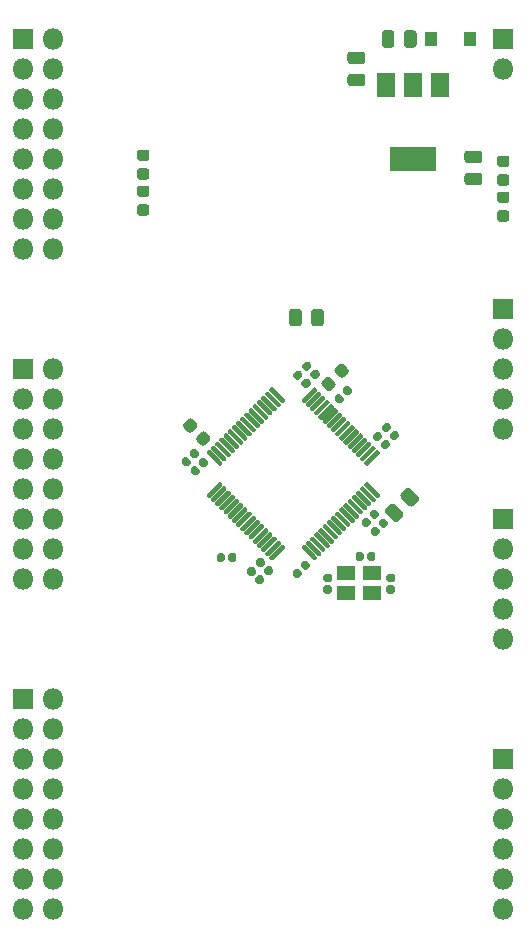
<source format=gbr>
G04 #@! TF.GenerationSoftware,KiCad,Pcbnew,5.1.6-c6e7f7d~86~ubuntu18.04.1*
G04 #@! TF.CreationDate,2020-06-01T06:43:38-04:00*
G04 #@! TF.ProjectId,f405_breakout,66343035-5f62-4726-9561-6b6f75742e6b,rev?*
G04 #@! TF.SameCoordinates,Original*
G04 #@! TF.FileFunction,Soldermask,Top*
G04 #@! TF.FilePolarity,Negative*
%FSLAX46Y46*%
G04 Gerber Fmt 4.6, Leading zero omitted, Abs format (unit mm)*
G04 Created by KiCad (PCBNEW 5.1.6-c6e7f7d~86~ubuntu18.04.1) date 2020-06-01 06:43:38*
%MOMM*%
%LPD*%
G01*
G04 APERTURE LIST*
%ADD10O,1.800000X1.800000*%
%ADD11R,1.800000X1.800000*%
%ADD12R,1.000000X1.300000*%
%ADD13R,1.500000X1.300000*%
%ADD14R,3.900000X2.100000*%
%ADD15R,1.600000X2.100000*%
G04 APERTURE END LIST*
D10*
X109220000Y-129540000D03*
X106680000Y-129540000D03*
X109220000Y-127000000D03*
X106680000Y-127000000D03*
X109220000Y-124460000D03*
X106680000Y-124460000D03*
X109220000Y-121920000D03*
X106680000Y-121920000D03*
X109220000Y-119380000D03*
X106680000Y-119380000D03*
X109220000Y-116840000D03*
X106680000Y-116840000D03*
X109220000Y-114300000D03*
X106680000Y-114300000D03*
X109220000Y-111760000D03*
D11*
X106680000Y-111760000D03*
D10*
X109220000Y-101600000D03*
X106680000Y-101600000D03*
X109220000Y-99060000D03*
X106680000Y-99060000D03*
X109220000Y-96520000D03*
X106680000Y-96520000D03*
X109220000Y-93980000D03*
X106680000Y-93980000D03*
X109220000Y-91440000D03*
X106680000Y-91440000D03*
X109220000Y-88900000D03*
X106680000Y-88900000D03*
X109220000Y-86360000D03*
X106680000Y-86360000D03*
X109220000Y-83820000D03*
D11*
X106680000Y-83820000D03*
D10*
X109220000Y-73660000D03*
X106680000Y-73660000D03*
X109220000Y-71120000D03*
X106680000Y-71120000D03*
X109220000Y-68580000D03*
X106680000Y-68580000D03*
X109220000Y-66040000D03*
X106680000Y-66040000D03*
X109220000Y-63500000D03*
X106680000Y-63500000D03*
X109220000Y-60960000D03*
X106680000Y-60960000D03*
X109220000Y-58420000D03*
X106680000Y-58420000D03*
X109220000Y-55880000D03*
D11*
X106680000Y-55880000D03*
D10*
X147320000Y-129540000D03*
X147320000Y-127000000D03*
X147320000Y-124460000D03*
X147320000Y-121920000D03*
X147320000Y-119380000D03*
D11*
X147320000Y-116840000D03*
D10*
X147320000Y-58420000D03*
D11*
X147320000Y-55880000D03*
D10*
X147320000Y-106680000D03*
X147320000Y-104140000D03*
X147320000Y-101600000D03*
X147320000Y-99060000D03*
D11*
X147320000Y-96520000D03*
D10*
X147320000Y-88900000D03*
X147320000Y-86360000D03*
X147320000Y-83820000D03*
X147320000Y-81280000D03*
D11*
X147320000Y-78740000D03*
G36*
G01*
X130257600Y-78995350D02*
X130257600Y-79957850D01*
G75*
G02*
X129988850Y-80226600I-268750J0D01*
G01*
X129451350Y-80226600D01*
G75*
G02*
X129182600Y-79957850I0J268750D01*
G01*
X129182600Y-78995350D01*
G75*
G02*
X129451350Y-78726600I268750J0D01*
G01*
X129988850Y-78726600D01*
G75*
G02*
X130257600Y-78995350I0J-268750D01*
G01*
G37*
G36*
G01*
X132132600Y-78995350D02*
X132132600Y-79957850D01*
G75*
G02*
X131863850Y-80226600I-268750J0D01*
G01*
X131326350Y-80226600D01*
G75*
G02*
X131057600Y-79957850I0J268750D01*
G01*
X131057600Y-78995350D01*
G75*
G02*
X131326350Y-78726600I268750J0D01*
G01*
X131863850Y-78726600D01*
G75*
G02*
X132132600Y-78995350I0J-268750D01*
G01*
G37*
G36*
G01*
X137264298Y-96517395D02*
X137543606Y-96796702D01*
G75*
G02*
X137543606Y-97040654I-121976J-121976D01*
G01*
X137299654Y-97284606D01*
G75*
G02*
X137055702Y-97284606I-121976J121976D01*
G01*
X136776394Y-97005298D01*
G75*
G02*
X136776394Y-96761346I121976J121976D01*
G01*
X137020346Y-96517394D01*
G75*
G02*
X137264298Y-96517394I121976J-121976D01*
G01*
G37*
G36*
G01*
X136578404Y-97203289D02*
X136857712Y-97482596D01*
G75*
G02*
X136857712Y-97726548I-121976J-121976D01*
G01*
X136613760Y-97970500D01*
G75*
G02*
X136369808Y-97970500I-121976J121976D01*
G01*
X136090500Y-97691192D01*
G75*
G02*
X136090500Y-97447240I121976J121976D01*
G01*
X136334452Y-97203288D01*
G75*
G02*
X136578404Y-97203288I121976J-121976D01*
G01*
G37*
G36*
G01*
X130660298Y-100073395D02*
X130939606Y-100352702D01*
G75*
G02*
X130939606Y-100596654I-121976J-121976D01*
G01*
X130695654Y-100840606D01*
G75*
G02*
X130451702Y-100840606I-121976J121976D01*
G01*
X130172394Y-100561298D01*
G75*
G02*
X130172394Y-100317346I121976J121976D01*
G01*
X130416346Y-100073394D01*
G75*
G02*
X130660298Y-100073394I121976J-121976D01*
G01*
G37*
G36*
G01*
X129974404Y-100759289D02*
X130253712Y-101038596D01*
G75*
G02*
X130253712Y-101282548I-121976J-121976D01*
G01*
X130009760Y-101526500D01*
G75*
G02*
X129765808Y-101526500I-121976J121976D01*
G01*
X129486500Y-101247192D01*
G75*
G02*
X129486500Y-101003240I121976J121976D01*
G01*
X129730452Y-100759288D01*
G75*
G02*
X129974404Y-100759288I121976J-121976D01*
G01*
G37*
G36*
G01*
X134392750Y-56945000D02*
X135355250Y-56945000D01*
G75*
G02*
X135624000Y-57213750I0J-268750D01*
G01*
X135624000Y-57751250D01*
G75*
G02*
X135355250Y-58020000I-268750J0D01*
G01*
X134392750Y-58020000D01*
G75*
G02*
X134124000Y-57751250I0J268750D01*
G01*
X134124000Y-57213750D01*
G75*
G02*
X134392750Y-56945000I268750J0D01*
G01*
G37*
G36*
G01*
X134392750Y-58820000D02*
X135355250Y-58820000D01*
G75*
G02*
X135624000Y-59088750I0J-268750D01*
G01*
X135624000Y-59626250D01*
G75*
G02*
X135355250Y-59895000I-268750J0D01*
G01*
X134392750Y-59895000D01*
G75*
G02*
X134124000Y-59626250I0J268750D01*
G01*
X134124000Y-59088750D01*
G75*
G02*
X134392750Y-58820000I268750J0D01*
G01*
G37*
G36*
G01*
X135816404Y-96441289D02*
X136095712Y-96720596D01*
G75*
G02*
X136095712Y-96964548I-121976J-121976D01*
G01*
X135851760Y-97208500D01*
G75*
G02*
X135607808Y-97208500I-121976J121976D01*
G01*
X135328500Y-96929192D01*
G75*
G02*
X135328500Y-96685240I121976J121976D01*
G01*
X135572452Y-96441288D01*
G75*
G02*
X135816404Y-96441288I121976J-121976D01*
G01*
G37*
G36*
G01*
X136502298Y-95755395D02*
X136781606Y-96034702D01*
G75*
G02*
X136781606Y-96278654I-121976J-121976D01*
G01*
X136537654Y-96522606D01*
G75*
G02*
X136293702Y-96522606I-121976J121976D01*
G01*
X136014394Y-96243298D01*
G75*
G02*
X136014394Y-95999346I121976J121976D01*
G01*
X136258346Y-95755394D01*
G75*
G02*
X136502298Y-95755394I121976J-121976D01*
G01*
G37*
G36*
G01*
X136954289Y-90116596D02*
X137233596Y-89837288D01*
G75*
G02*
X137477548Y-89837288I121976J-121976D01*
G01*
X137721500Y-90081240D01*
G75*
G02*
X137721500Y-90325192I-121976J-121976D01*
G01*
X137442192Y-90604500D01*
G75*
G02*
X137198240Y-90604500I-121976J121976D01*
G01*
X136954288Y-90360548D01*
G75*
G02*
X136954288Y-90116596I121976J121976D01*
G01*
G37*
G36*
G01*
X136268395Y-89430702D02*
X136547702Y-89151394D01*
G75*
G02*
X136791654Y-89151394I121976J-121976D01*
G01*
X137035606Y-89395346D01*
G75*
G02*
X137035606Y-89639298I-121976J-121976D01*
G01*
X136756298Y-89918606D01*
G75*
G02*
X136512346Y-89918606I-121976J121976D01*
G01*
X136268394Y-89674654D01*
G75*
G02*
X136268394Y-89430702I121976J121976D01*
G01*
G37*
G36*
G01*
X137030395Y-88668702D02*
X137309702Y-88389394D01*
G75*
G02*
X137553654Y-88389394I121976J-121976D01*
G01*
X137797606Y-88633346D01*
G75*
G02*
X137797606Y-88877298I-121976J-121976D01*
G01*
X137518298Y-89156606D01*
G75*
G02*
X137274346Y-89156606I-121976J121976D01*
G01*
X137030394Y-88912654D01*
G75*
G02*
X137030394Y-88668702I121976J121976D01*
G01*
G37*
G36*
G01*
X137716289Y-89354596D02*
X137995596Y-89075288D01*
G75*
G02*
X138239548Y-89075288I121976J-121976D01*
G01*
X138483500Y-89319240D01*
G75*
G02*
X138483500Y-89563192I-121976J-121976D01*
G01*
X138204192Y-89842500D01*
G75*
G02*
X137960240Y-89842500I-121976J121976D01*
G01*
X137716288Y-89598548D01*
G75*
G02*
X137716288Y-89354596I121976J121976D01*
G01*
G37*
G36*
G01*
X144298750Y-67202000D02*
X145261250Y-67202000D01*
G75*
G02*
X145530000Y-67470750I0J-268750D01*
G01*
X145530000Y-68008250D01*
G75*
G02*
X145261250Y-68277000I-268750J0D01*
G01*
X144298750Y-68277000D01*
G75*
G02*
X144030000Y-68008250I0J268750D01*
G01*
X144030000Y-67470750D01*
G75*
G02*
X144298750Y-67202000I268750J0D01*
G01*
G37*
G36*
G01*
X144298750Y-65327000D02*
X145261250Y-65327000D01*
G75*
G02*
X145530000Y-65595750I0J-268750D01*
G01*
X145530000Y-66133250D01*
G75*
G02*
X145261250Y-66402000I-268750J0D01*
G01*
X144298750Y-66402000D01*
G75*
G02*
X144030000Y-66133250I0J268750D01*
G01*
X144030000Y-65595750D01*
G75*
G02*
X144298750Y-65327000I268750J0D01*
G01*
G37*
G36*
G01*
X131003105Y-85130798D02*
X130723798Y-85410106D01*
G75*
G02*
X130479846Y-85410106I-121976J121976D01*
G01*
X130235894Y-85166154D01*
G75*
G02*
X130235894Y-84922202I121976J121976D01*
G01*
X130515202Y-84642894D01*
G75*
G02*
X130759154Y-84642894I121976J-121976D01*
G01*
X131003106Y-84886846D01*
G75*
G02*
X131003106Y-85130798I-121976J-121976D01*
G01*
G37*
G36*
G01*
X130317211Y-84444904D02*
X130037904Y-84724212D01*
G75*
G02*
X129793952Y-84724212I-121976J121976D01*
G01*
X129550000Y-84480260D01*
G75*
G02*
X129550000Y-84236308I121976J121976D01*
G01*
X129829308Y-83957000D01*
G75*
G02*
X130073260Y-83957000I121976J-121976D01*
G01*
X130317212Y-84200952D01*
G75*
G02*
X130317212Y-84444904I-121976J-121976D01*
G01*
G37*
G36*
G01*
X131079211Y-83682904D02*
X130799904Y-83962212D01*
G75*
G02*
X130555952Y-83962212I-121976J121976D01*
G01*
X130312000Y-83718260D01*
G75*
G02*
X130312000Y-83474308I121976J121976D01*
G01*
X130591308Y-83195000D01*
G75*
G02*
X130835260Y-83195000I121976J-121976D01*
G01*
X131079212Y-83438952D01*
G75*
G02*
X131079212Y-83682904I-121976J-121976D01*
G01*
G37*
G36*
G01*
X131765105Y-84368798D02*
X131485798Y-84648106D01*
G75*
G02*
X131241846Y-84648106I-121976J121976D01*
G01*
X130997894Y-84404154D01*
G75*
G02*
X130997894Y-84160202I121976J121976D01*
G01*
X131277202Y-83880894D01*
G75*
G02*
X131521154Y-83880894I121976J-121976D01*
G01*
X131765106Y-84124846D01*
G75*
G02*
X131765106Y-84368798I-121976J-121976D01*
G01*
G37*
G36*
G01*
X122024298Y-91373895D02*
X122303606Y-91653202D01*
G75*
G02*
X122303606Y-91897154I-121976J-121976D01*
G01*
X122059654Y-92141106D01*
G75*
G02*
X121815702Y-92141106I-121976J121976D01*
G01*
X121536394Y-91861798D01*
G75*
G02*
X121536394Y-91617846I121976J121976D01*
G01*
X121780346Y-91373894D01*
G75*
G02*
X122024298Y-91373894I121976J-121976D01*
G01*
G37*
G36*
G01*
X121338404Y-92059789D02*
X121617712Y-92339096D01*
G75*
G02*
X121617712Y-92583048I-121976J-121976D01*
G01*
X121373760Y-92827000D01*
G75*
G02*
X121129808Y-92827000I-121976J121976D01*
G01*
X120850500Y-92547692D01*
G75*
G02*
X120850500Y-92303740I121976J121976D01*
G01*
X121094452Y-92059788D01*
G75*
G02*
X121338404Y-92059788I121976J-121976D01*
G01*
G37*
G36*
G01*
X120576404Y-91297789D02*
X120855712Y-91577096D01*
G75*
G02*
X120855712Y-91821048I-121976J-121976D01*
G01*
X120611760Y-92065000D01*
G75*
G02*
X120367808Y-92065000I-121976J121976D01*
G01*
X120088500Y-91785692D01*
G75*
G02*
X120088500Y-91541740I121976J121976D01*
G01*
X120332452Y-91297788D01*
G75*
G02*
X120576404Y-91297788I121976J-121976D01*
G01*
G37*
G36*
G01*
X121262298Y-90611895D02*
X121541606Y-90891202D01*
G75*
G02*
X121541606Y-91135154I-121976J-121976D01*
G01*
X121297654Y-91379106D01*
G75*
G02*
X121053702Y-91379106I-121976J121976D01*
G01*
X120774394Y-91099798D01*
G75*
G02*
X120774394Y-90855846I121976J121976D01*
G01*
X121018346Y-90611894D01*
G75*
G02*
X121262298Y-90611894I121976J-121976D01*
G01*
G37*
G36*
G01*
X127815499Y-100993192D02*
X127536192Y-101272500D01*
G75*
G02*
X127292240Y-101272500I-121976J121976D01*
G01*
X127048288Y-101028548D01*
G75*
G02*
X127048288Y-100784596I121976J121976D01*
G01*
X127327596Y-100505288D01*
G75*
G02*
X127571548Y-100505288I121976J-121976D01*
G01*
X127815500Y-100749240D01*
G75*
G02*
X127815500Y-100993192I-121976J-121976D01*
G01*
G37*
G36*
G01*
X127129605Y-100307298D02*
X126850298Y-100586606D01*
G75*
G02*
X126606346Y-100586606I-121976J121976D01*
G01*
X126362394Y-100342654D01*
G75*
G02*
X126362394Y-100098702I121976J121976D01*
G01*
X126641702Y-99819394D01*
G75*
G02*
X126885654Y-99819394I121976J-121976D01*
G01*
X127129606Y-100063346D01*
G75*
G02*
X127129606Y-100307298I-121976J-121976D01*
G01*
G37*
G36*
G01*
X126367605Y-101069298D02*
X126088298Y-101348606D01*
G75*
G02*
X125844346Y-101348606I-121976J121976D01*
G01*
X125600394Y-101104654D01*
G75*
G02*
X125600394Y-100860702I121976J121976D01*
G01*
X125879702Y-100581394D01*
G75*
G02*
X126123654Y-100581394I121976J-121976D01*
G01*
X126367606Y-100825346D01*
G75*
G02*
X126367606Y-101069298I-121976J-121976D01*
G01*
G37*
G36*
G01*
X127053499Y-101755192D02*
X126774192Y-102034500D01*
G75*
G02*
X126530240Y-102034500I-121976J121976D01*
G01*
X126286288Y-101790548D01*
G75*
G02*
X126286288Y-101546596I121976J121976D01*
G01*
X126565596Y-101267288D01*
G75*
G02*
X126809548Y-101267288I121976J-121976D01*
G01*
X127053500Y-101511240D01*
G75*
G02*
X127053500Y-101755192I-121976J-121976D01*
G01*
G37*
G36*
G01*
X133492353Y-84519894D02*
X133094606Y-84122146D01*
G75*
G02*
X133094606Y-83777432I172357J172357D01*
G01*
X133439320Y-83432718D01*
G75*
G02*
X133784034Y-83432718I172357J-172357D01*
G01*
X134181782Y-83830466D01*
G75*
G02*
X134181782Y-84175180I-172357J-172357D01*
G01*
X133837068Y-84519894D01*
G75*
G02*
X133492354Y-84519894I-172357J172357D01*
G01*
G37*
G36*
G01*
X132378659Y-85633588D02*
X131980912Y-85235840D01*
G75*
G02*
X131980912Y-84891126I172357J172357D01*
G01*
X132325626Y-84546412D01*
G75*
G02*
X132670340Y-84546412I172357J-172357D01*
G01*
X133068088Y-84944160D01*
G75*
G02*
X133068088Y-85288874I-172357J-172357D01*
G01*
X132723374Y-85633588D01*
G75*
G02*
X132378660Y-85633588I-172357J172357D01*
G01*
G37*
G36*
G01*
X122463588Y-89871341D02*
X122065840Y-90269088D01*
G75*
G02*
X121721126Y-90269088I-172357J172357D01*
G01*
X121376412Y-89924374D01*
G75*
G02*
X121376412Y-89579660I172357J172357D01*
G01*
X121774160Y-89181912D01*
G75*
G02*
X122118874Y-89181912I172357J-172357D01*
G01*
X122463588Y-89526626D01*
G75*
G02*
X122463588Y-89871340I-172357J-172357D01*
G01*
G37*
G36*
G01*
X121349894Y-88757647D02*
X120952146Y-89155394D01*
G75*
G02*
X120607432Y-89155394I-172357J172357D01*
G01*
X120262718Y-88810680D01*
G75*
G02*
X120262718Y-88465966I172357J172357D01*
G01*
X120660466Y-88068218D01*
G75*
G02*
X121005180Y-88068218I172357J-172357D01*
G01*
X121349894Y-88412932D01*
G75*
G02*
X121349894Y-88757646I-172357J-172357D01*
G01*
G37*
G36*
G01*
X132658500Y-101864000D02*
X132263500Y-101864000D01*
G75*
G02*
X132091000Y-101691500I0J172500D01*
G01*
X132091000Y-101346500D01*
G75*
G02*
X132263500Y-101174000I172500J0D01*
G01*
X132658500Y-101174000D01*
G75*
G02*
X132831000Y-101346500I0J-172500D01*
G01*
X132831000Y-101691500D01*
G75*
G02*
X132658500Y-101864000I-172500J0D01*
G01*
G37*
G36*
G01*
X132658500Y-102834000D02*
X132263500Y-102834000D01*
G75*
G02*
X132091000Y-102661500I0J172500D01*
G01*
X132091000Y-102316500D01*
G75*
G02*
X132263500Y-102144000I172500J0D01*
G01*
X132658500Y-102144000D01*
G75*
G02*
X132831000Y-102316500I0J-172500D01*
G01*
X132831000Y-102661500D01*
G75*
G02*
X132658500Y-102834000I-172500J0D01*
G01*
G37*
G36*
G01*
X137597500Y-101174000D02*
X137992500Y-101174000D01*
G75*
G02*
X138165000Y-101346500I0J-172500D01*
G01*
X138165000Y-101691500D01*
G75*
G02*
X137992500Y-101864000I-172500J0D01*
G01*
X137597500Y-101864000D01*
G75*
G02*
X137425000Y-101691500I0J172500D01*
G01*
X137425000Y-101346500D01*
G75*
G02*
X137597500Y-101174000I172500J0D01*
G01*
G37*
G36*
G01*
X137597500Y-102144000D02*
X137992500Y-102144000D01*
G75*
G02*
X138165000Y-102316500I0J-172500D01*
G01*
X138165000Y-102661500D01*
G75*
G02*
X137992500Y-102834000I-172500J0D01*
G01*
X137597500Y-102834000D01*
G75*
G02*
X137425000Y-102661500I0J172500D01*
G01*
X137425000Y-102316500D01*
G75*
G02*
X137597500Y-102144000I172500J0D01*
G01*
G37*
D12*
X141226000Y-55880000D03*
X144526000Y-55880000D03*
G36*
G01*
X147601250Y-69778500D02*
X147038750Y-69778500D01*
G75*
G02*
X146795000Y-69534750I0J243750D01*
G01*
X146795000Y-69047250D01*
G75*
G02*
X147038750Y-68803500I243750J0D01*
G01*
X147601250Y-68803500D01*
G75*
G02*
X147845000Y-69047250I0J-243750D01*
G01*
X147845000Y-69534750D01*
G75*
G02*
X147601250Y-69778500I-243750J0D01*
G01*
G37*
G36*
G01*
X147601250Y-71353500D02*
X147038750Y-71353500D01*
G75*
G02*
X146795000Y-71109750I0J243750D01*
G01*
X146795000Y-70622250D01*
G75*
G02*
X147038750Y-70378500I243750J0D01*
G01*
X147601250Y-70378500D01*
G75*
G02*
X147845000Y-70622250I0J-243750D01*
G01*
X147845000Y-71109750D01*
G75*
G02*
X147601250Y-71353500I-243750J0D01*
G01*
G37*
G36*
G01*
X116558750Y-66822500D02*
X117121250Y-66822500D01*
G75*
G02*
X117365000Y-67066250I0J-243750D01*
G01*
X117365000Y-67553750D01*
G75*
G02*
X117121250Y-67797500I-243750J0D01*
G01*
X116558750Y-67797500D01*
G75*
G02*
X116315000Y-67553750I0J243750D01*
G01*
X116315000Y-67066250D01*
G75*
G02*
X116558750Y-66822500I243750J0D01*
G01*
G37*
G36*
G01*
X116558750Y-65247500D02*
X117121250Y-65247500D01*
G75*
G02*
X117365000Y-65491250I0J-243750D01*
G01*
X117365000Y-65978750D01*
G75*
G02*
X117121250Y-66222500I-243750J0D01*
G01*
X116558750Y-66222500D01*
G75*
G02*
X116315000Y-65978750I0J243750D01*
G01*
X116315000Y-65491250D01*
G75*
G02*
X116558750Y-65247500I243750J0D01*
G01*
G37*
G36*
G01*
X139360451Y-95406539D02*
X138679861Y-94725949D01*
G75*
G02*
X138679861Y-94345879I190035J190035D01*
G01*
X139059931Y-93965809D01*
G75*
G02*
X139440001Y-93965809I190035J-190035D01*
G01*
X140120591Y-94646399D01*
G75*
G02*
X140120591Y-95026469I-190035J-190035D01*
G01*
X139740521Y-95406539D01*
G75*
G02*
X139360451Y-95406539I-190035J190035D01*
G01*
G37*
G36*
G01*
X138034625Y-96732365D02*
X137354035Y-96051775D01*
G75*
G02*
X137354035Y-95671705I190035J190035D01*
G01*
X137734105Y-95291635D01*
G75*
G02*
X138114175Y-95291635I190035J-190035D01*
G01*
X138794765Y-95972225D01*
G75*
G02*
X138794765Y-96352295I-190035J-190035D01*
G01*
X138414695Y-96732365D01*
G75*
G02*
X138034625Y-96732365I-190035J190035D01*
G01*
G37*
G36*
G01*
X137033500Y-56361250D02*
X137033500Y-55398750D01*
G75*
G02*
X137302250Y-55130000I268750J0D01*
G01*
X137839750Y-55130000D01*
G75*
G02*
X138108500Y-55398750I0J-268750D01*
G01*
X138108500Y-56361250D01*
G75*
G02*
X137839750Y-56630000I-268750J0D01*
G01*
X137302250Y-56630000D01*
G75*
G02*
X137033500Y-56361250I0J268750D01*
G01*
G37*
G36*
G01*
X138908500Y-56361250D02*
X138908500Y-55398750D01*
G75*
G02*
X139177250Y-55130000I268750J0D01*
G01*
X139714750Y-55130000D01*
G75*
G02*
X139983500Y-55398750I0J-268750D01*
G01*
X139983500Y-56361250D01*
G75*
G02*
X139714750Y-56630000I-268750J0D01*
G01*
X139177250Y-56630000D01*
G75*
G02*
X138908500Y-56361250I0J268750D01*
G01*
G37*
D13*
X134028000Y-102831000D03*
X136228000Y-102831000D03*
X136228000Y-101131000D03*
X134028000Y-101131000D03*
G36*
G01*
X147601250Y-66730500D02*
X147038750Y-66730500D01*
G75*
G02*
X146795000Y-66486750I0J243750D01*
G01*
X146795000Y-65999250D01*
G75*
G02*
X147038750Y-65755500I243750J0D01*
G01*
X147601250Y-65755500D01*
G75*
G02*
X147845000Y-65999250I0J-243750D01*
G01*
X147845000Y-66486750D01*
G75*
G02*
X147601250Y-66730500I-243750J0D01*
G01*
G37*
G36*
G01*
X147601250Y-68305500D02*
X147038750Y-68305500D01*
G75*
G02*
X146795000Y-68061750I0J243750D01*
G01*
X146795000Y-67574250D01*
G75*
G02*
X147038750Y-67330500I243750J0D01*
G01*
X147601250Y-67330500D01*
G75*
G02*
X147845000Y-67574250I0J-243750D01*
G01*
X147845000Y-68061750D01*
G75*
G02*
X147601250Y-68305500I-243750J0D01*
G01*
G37*
G36*
G01*
X123068800Y-99994100D02*
X123068800Y-99599100D01*
G75*
G02*
X123241300Y-99426600I172500J0D01*
G01*
X123586300Y-99426600D01*
G75*
G02*
X123758800Y-99599100I0J-172500D01*
G01*
X123758800Y-99994100D01*
G75*
G02*
X123586300Y-100166600I-172500J0D01*
G01*
X123241300Y-100166600D01*
G75*
G02*
X123068800Y-99994100I0J172500D01*
G01*
G37*
G36*
G01*
X124038800Y-99994100D02*
X124038800Y-99599100D01*
G75*
G02*
X124211300Y-99426600I172500J0D01*
G01*
X124556300Y-99426600D01*
G75*
G02*
X124728800Y-99599100I0J-172500D01*
G01*
X124728800Y-99994100D01*
G75*
G02*
X124556300Y-100166600I-172500J0D01*
G01*
X124211300Y-100166600D01*
G75*
G02*
X124038800Y-99994100I0J172500D01*
G01*
G37*
G36*
G01*
X116558750Y-69870500D02*
X117121250Y-69870500D01*
G75*
G02*
X117365000Y-70114250I0J-243750D01*
G01*
X117365000Y-70601750D01*
G75*
G02*
X117121250Y-70845500I-243750J0D01*
G01*
X116558750Y-70845500D01*
G75*
G02*
X116315000Y-70601750I0J243750D01*
G01*
X116315000Y-70114250D01*
G75*
G02*
X116558750Y-69870500I243750J0D01*
G01*
G37*
G36*
G01*
X116558750Y-68295500D02*
X117121250Y-68295500D01*
G75*
G02*
X117365000Y-68539250I0J-243750D01*
G01*
X117365000Y-69026750D01*
G75*
G02*
X117121250Y-69270500I-243750J0D01*
G01*
X116558750Y-69270500D01*
G75*
G02*
X116315000Y-69026750I0J243750D01*
G01*
X116315000Y-68539250D01*
G75*
G02*
X116558750Y-68295500I243750J0D01*
G01*
G37*
G36*
G01*
X133530498Y-85976395D02*
X133809806Y-86255702D01*
G75*
G02*
X133809806Y-86499654I-121976J-121976D01*
G01*
X133565854Y-86743606D01*
G75*
G02*
X133321902Y-86743606I-121976J121976D01*
G01*
X133042594Y-86464298D01*
G75*
G02*
X133042594Y-86220346I121976J121976D01*
G01*
X133286546Y-85976394D01*
G75*
G02*
X133530498Y-85976394I121976J-121976D01*
G01*
G37*
G36*
G01*
X134216392Y-85290501D02*
X134495700Y-85569808D01*
G75*
G02*
X134495700Y-85813760I-121976J-121976D01*
G01*
X134251748Y-86057712D01*
G75*
G02*
X134007796Y-86057712I-121976J121976D01*
G01*
X133728488Y-85778404D01*
G75*
G02*
X133728488Y-85534452I121976J121976D01*
G01*
X133972440Y-85290500D01*
G75*
G02*
X134216392Y-85290500I121976J-121976D01*
G01*
G37*
G36*
G01*
X134829000Y-99892500D02*
X134829000Y-99497500D01*
G75*
G02*
X135001500Y-99325000I172500J0D01*
G01*
X135346500Y-99325000D01*
G75*
G02*
X135519000Y-99497500I0J-172500D01*
G01*
X135519000Y-99892500D01*
G75*
G02*
X135346500Y-100065000I-172500J0D01*
G01*
X135001500Y-100065000D01*
G75*
G02*
X134829000Y-99892500I0J172500D01*
G01*
G37*
G36*
G01*
X135799000Y-99892500D02*
X135799000Y-99497500D01*
G75*
G02*
X135971500Y-99325000I172500J0D01*
G01*
X136316500Y-99325000D01*
G75*
G02*
X136489000Y-99497500I0J-172500D01*
G01*
X136489000Y-99892500D01*
G75*
G02*
X136316500Y-100065000I-172500J0D01*
G01*
X135971500Y-100065000D01*
G75*
G02*
X135799000Y-99892500I0J172500D01*
G01*
G37*
D14*
X139700000Y-66040000D03*
D15*
X139700000Y-59740000D03*
X137400000Y-59740000D03*
X142000000Y-59740000D03*
G36*
G01*
X131555255Y-99887133D02*
X131413834Y-100028555D01*
G75*
G02*
X131272412Y-100028555I-70711J70711D01*
G01*
X130247107Y-99003250D01*
G75*
G02*
X130247107Y-98861828I70711J70711D01*
G01*
X130388528Y-98720407D01*
G75*
G02*
X130529950Y-98720407I70711J-70711D01*
G01*
X131555255Y-99745712D01*
G75*
G02*
X131555255Y-99887134I-70711J-70711D01*
G01*
G37*
G36*
G01*
X131908808Y-99533580D02*
X131767387Y-99675002D01*
G75*
G02*
X131625965Y-99675002I-70711J70711D01*
G01*
X130600660Y-98649697D01*
G75*
G02*
X130600660Y-98508275I70711J70711D01*
G01*
X130742081Y-98366854D01*
G75*
G02*
X130883503Y-98366854I70711J-70711D01*
G01*
X131908808Y-99392159D01*
G75*
G02*
X131908808Y-99533581I-70711J-70711D01*
G01*
G37*
G36*
G01*
X132262361Y-99180027D02*
X132120940Y-99321449D01*
G75*
G02*
X131979518Y-99321449I-70711J70711D01*
G01*
X130954213Y-98296144D01*
G75*
G02*
X130954213Y-98154722I70711J70711D01*
G01*
X131095634Y-98013301D01*
G75*
G02*
X131237056Y-98013301I70711J-70711D01*
G01*
X132262361Y-99038606D01*
G75*
G02*
X132262361Y-99180028I-70711J-70711D01*
G01*
G37*
G36*
G01*
X132615915Y-98826473D02*
X132474494Y-98967895D01*
G75*
G02*
X132333072Y-98967895I-70711J70711D01*
G01*
X131307767Y-97942590D01*
G75*
G02*
X131307767Y-97801168I70711J70711D01*
G01*
X131449188Y-97659747D01*
G75*
G02*
X131590610Y-97659747I70711J-70711D01*
G01*
X132615915Y-98685052D01*
G75*
G02*
X132615915Y-98826474I-70711J-70711D01*
G01*
G37*
G36*
G01*
X132969468Y-98472920D02*
X132828047Y-98614342D01*
G75*
G02*
X132686625Y-98614342I-70711J70711D01*
G01*
X131661320Y-97589037D01*
G75*
G02*
X131661320Y-97447615I70711J70711D01*
G01*
X131802741Y-97306194D01*
G75*
G02*
X131944163Y-97306194I70711J-70711D01*
G01*
X132969468Y-98331499D01*
G75*
G02*
X132969468Y-98472921I-70711J-70711D01*
G01*
G37*
G36*
G01*
X133323022Y-98119366D02*
X133181601Y-98260788D01*
G75*
G02*
X133040179Y-98260788I-70711J70711D01*
G01*
X132014874Y-97235483D01*
G75*
G02*
X132014874Y-97094061I70711J70711D01*
G01*
X132156295Y-96952640D01*
G75*
G02*
X132297717Y-96952640I70711J-70711D01*
G01*
X133323022Y-97977945D01*
G75*
G02*
X133323022Y-98119367I-70711J-70711D01*
G01*
G37*
G36*
G01*
X133676575Y-97765813D02*
X133535154Y-97907235D01*
G75*
G02*
X133393732Y-97907235I-70711J70711D01*
G01*
X132368427Y-96881930D01*
G75*
G02*
X132368427Y-96740508I70711J70711D01*
G01*
X132509848Y-96599087D01*
G75*
G02*
X132651270Y-96599087I70711J-70711D01*
G01*
X133676575Y-97624392D01*
G75*
G02*
X133676575Y-97765814I-70711J-70711D01*
G01*
G37*
G36*
G01*
X134030128Y-97412260D02*
X133888707Y-97553682D01*
G75*
G02*
X133747285Y-97553682I-70711J70711D01*
G01*
X132721980Y-96528377D01*
G75*
G02*
X132721980Y-96386955I70711J70711D01*
G01*
X132863401Y-96245534D01*
G75*
G02*
X133004823Y-96245534I70711J-70711D01*
G01*
X134030128Y-97270839D01*
G75*
G02*
X134030128Y-97412261I-70711J-70711D01*
G01*
G37*
G36*
G01*
X134383682Y-97058706D02*
X134242261Y-97200128D01*
G75*
G02*
X134100839Y-97200128I-70711J70711D01*
G01*
X133075534Y-96174823D01*
G75*
G02*
X133075534Y-96033401I70711J70711D01*
G01*
X133216955Y-95891980D01*
G75*
G02*
X133358377Y-95891980I70711J-70711D01*
G01*
X134383682Y-96917285D01*
G75*
G02*
X134383682Y-97058707I-70711J-70711D01*
G01*
G37*
G36*
G01*
X134737235Y-96705153D02*
X134595814Y-96846575D01*
G75*
G02*
X134454392Y-96846575I-70711J70711D01*
G01*
X133429087Y-95821270D01*
G75*
G02*
X133429087Y-95679848I70711J70711D01*
G01*
X133570508Y-95538427D01*
G75*
G02*
X133711930Y-95538427I70711J-70711D01*
G01*
X134737235Y-96563732D01*
G75*
G02*
X134737235Y-96705154I-70711J-70711D01*
G01*
G37*
G36*
G01*
X135090788Y-96351600D02*
X134949367Y-96493022D01*
G75*
G02*
X134807945Y-96493022I-70711J70711D01*
G01*
X133782640Y-95467717D01*
G75*
G02*
X133782640Y-95326295I70711J70711D01*
G01*
X133924061Y-95184874D01*
G75*
G02*
X134065483Y-95184874I70711J-70711D01*
G01*
X135090788Y-96210179D01*
G75*
G02*
X135090788Y-96351601I-70711J-70711D01*
G01*
G37*
G36*
G01*
X135444342Y-95998046D02*
X135302921Y-96139468D01*
G75*
G02*
X135161499Y-96139468I-70711J70711D01*
G01*
X134136194Y-95114163D01*
G75*
G02*
X134136194Y-94972741I70711J70711D01*
G01*
X134277615Y-94831320D01*
G75*
G02*
X134419037Y-94831320I70711J-70711D01*
G01*
X135444342Y-95856625D01*
G75*
G02*
X135444342Y-95998047I-70711J-70711D01*
G01*
G37*
G36*
G01*
X135797895Y-95644493D02*
X135656474Y-95785915D01*
G75*
G02*
X135515052Y-95785915I-70711J70711D01*
G01*
X134489747Y-94760610D01*
G75*
G02*
X134489747Y-94619188I70711J70711D01*
G01*
X134631168Y-94477767D01*
G75*
G02*
X134772590Y-94477767I70711J-70711D01*
G01*
X135797895Y-95503072D01*
G75*
G02*
X135797895Y-95644494I-70711J-70711D01*
G01*
G37*
G36*
G01*
X136151449Y-95290939D02*
X136010028Y-95432361D01*
G75*
G02*
X135868606Y-95432361I-70711J70711D01*
G01*
X134843301Y-94407056D01*
G75*
G02*
X134843301Y-94265634I70711J70711D01*
G01*
X134984722Y-94124213D01*
G75*
G02*
X135126144Y-94124213I70711J-70711D01*
G01*
X136151449Y-95149518D01*
G75*
G02*
X136151449Y-95290940I-70711J-70711D01*
G01*
G37*
G36*
G01*
X136505002Y-94937386D02*
X136363581Y-95078808D01*
G75*
G02*
X136222159Y-95078808I-70711J70711D01*
G01*
X135196854Y-94053503D01*
G75*
G02*
X135196854Y-93912081I70711J70711D01*
G01*
X135338275Y-93770660D01*
G75*
G02*
X135479697Y-93770660I70711J-70711D01*
G01*
X136505002Y-94795965D01*
G75*
G02*
X136505002Y-94937387I-70711J-70711D01*
G01*
G37*
G36*
G01*
X136858555Y-94583833D02*
X136717134Y-94725255D01*
G75*
G02*
X136575712Y-94725255I-70711J70711D01*
G01*
X135550407Y-93699950D01*
G75*
G02*
X135550407Y-93558528I70711J70711D01*
G01*
X135691828Y-93417107D01*
G75*
G02*
X135833250Y-93417107I70711J-70711D01*
G01*
X136858555Y-94442412D01*
G75*
G02*
X136858555Y-94583834I-70711J-70711D01*
G01*
G37*
G36*
G01*
X136858555Y-90977588D02*
X135833250Y-92002893D01*
G75*
G02*
X135691828Y-92002893I-70711J70711D01*
G01*
X135550407Y-91861472D01*
G75*
G02*
X135550407Y-91720050I70711J70711D01*
G01*
X136575712Y-90694745D01*
G75*
G02*
X136717134Y-90694745I70711J-70711D01*
G01*
X136858555Y-90836166D01*
G75*
G02*
X136858555Y-90977588I-70711J-70711D01*
G01*
G37*
G36*
G01*
X136505002Y-90624035D02*
X135479697Y-91649340D01*
G75*
G02*
X135338275Y-91649340I-70711J70711D01*
G01*
X135196854Y-91507919D01*
G75*
G02*
X135196854Y-91366497I70711J70711D01*
G01*
X136222159Y-90341192D01*
G75*
G02*
X136363581Y-90341192I70711J-70711D01*
G01*
X136505002Y-90482613D01*
G75*
G02*
X136505002Y-90624035I-70711J-70711D01*
G01*
G37*
G36*
G01*
X136151449Y-90270482D02*
X135126144Y-91295787D01*
G75*
G02*
X134984722Y-91295787I-70711J70711D01*
G01*
X134843301Y-91154366D01*
G75*
G02*
X134843301Y-91012944I70711J70711D01*
G01*
X135868606Y-89987639D01*
G75*
G02*
X136010028Y-89987639I70711J-70711D01*
G01*
X136151449Y-90129060D01*
G75*
G02*
X136151449Y-90270482I-70711J-70711D01*
G01*
G37*
G36*
G01*
X135797895Y-89916928D02*
X134772590Y-90942233D01*
G75*
G02*
X134631168Y-90942233I-70711J70711D01*
G01*
X134489747Y-90800812D01*
G75*
G02*
X134489747Y-90659390I70711J70711D01*
G01*
X135515052Y-89634085D01*
G75*
G02*
X135656474Y-89634085I70711J-70711D01*
G01*
X135797895Y-89775506D01*
G75*
G02*
X135797895Y-89916928I-70711J-70711D01*
G01*
G37*
G36*
G01*
X135444342Y-89563375D02*
X134419037Y-90588680D01*
G75*
G02*
X134277615Y-90588680I-70711J70711D01*
G01*
X134136194Y-90447259D01*
G75*
G02*
X134136194Y-90305837I70711J70711D01*
G01*
X135161499Y-89280532D01*
G75*
G02*
X135302921Y-89280532I70711J-70711D01*
G01*
X135444342Y-89421953D01*
G75*
G02*
X135444342Y-89563375I-70711J-70711D01*
G01*
G37*
G36*
G01*
X135090788Y-89209821D02*
X134065483Y-90235126D01*
G75*
G02*
X133924061Y-90235126I-70711J70711D01*
G01*
X133782640Y-90093705D01*
G75*
G02*
X133782640Y-89952283I70711J70711D01*
G01*
X134807945Y-88926978D01*
G75*
G02*
X134949367Y-88926978I70711J-70711D01*
G01*
X135090788Y-89068399D01*
G75*
G02*
X135090788Y-89209821I-70711J-70711D01*
G01*
G37*
G36*
G01*
X134737235Y-88856268D02*
X133711930Y-89881573D01*
G75*
G02*
X133570508Y-89881573I-70711J70711D01*
G01*
X133429087Y-89740152D01*
G75*
G02*
X133429087Y-89598730I70711J70711D01*
G01*
X134454392Y-88573425D01*
G75*
G02*
X134595814Y-88573425I70711J-70711D01*
G01*
X134737235Y-88714846D01*
G75*
G02*
X134737235Y-88856268I-70711J-70711D01*
G01*
G37*
G36*
G01*
X134383682Y-88502715D02*
X133358377Y-89528020D01*
G75*
G02*
X133216955Y-89528020I-70711J70711D01*
G01*
X133075534Y-89386599D01*
G75*
G02*
X133075534Y-89245177I70711J70711D01*
G01*
X134100839Y-88219872D01*
G75*
G02*
X134242261Y-88219872I70711J-70711D01*
G01*
X134383682Y-88361293D01*
G75*
G02*
X134383682Y-88502715I-70711J-70711D01*
G01*
G37*
G36*
G01*
X134030128Y-88149161D02*
X133004823Y-89174466D01*
G75*
G02*
X132863401Y-89174466I-70711J70711D01*
G01*
X132721980Y-89033045D01*
G75*
G02*
X132721980Y-88891623I70711J70711D01*
G01*
X133747285Y-87866318D01*
G75*
G02*
X133888707Y-87866318I70711J-70711D01*
G01*
X134030128Y-88007739D01*
G75*
G02*
X134030128Y-88149161I-70711J-70711D01*
G01*
G37*
G36*
G01*
X133676575Y-87795608D02*
X132651270Y-88820913D01*
G75*
G02*
X132509848Y-88820913I-70711J70711D01*
G01*
X132368427Y-88679492D01*
G75*
G02*
X132368427Y-88538070I70711J70711D01*
G01*
X133393732Y-87512765D01*
G75*
G02*
X133535154Y-87512765I70711J-70711D01*
G01*
X133676575Y-87654186D01*
G75*
G02*
X133676575Y-87795608I-70711J-70711D01*
G01*
G37*
G36*
G01*
X133323022Y-87442055D02*
X132297717Y-88467360D01*
G75*
G02*
X132156295Y-88467360I-70711J70711D01*
G01*
X132014874Y-88325939D01*
G75*
G02*
X132014874Y-88184517I70711J70711D01*
G01*
X133040179Y-87159212D01*
G75*
G02*
X133181601Y-87159212I70711J-70711D01*
G01*
X133323022Y-87300633D01*
G75*
G02*
X133323022Y-87442055I-70711J-70711D01*
G01*
G37*
G36*
G01*
X132969468Y-87088501D02*
X131944163Y-88113806D01*
G75*
G02*
X131802741Y-88113806I-70711J70711D01*
G01*
X131661320Y-87972385D01*
G75*
G02*
X131661320Y-87830963I70711J70711D01*
G01*
X132686625Y-86805658D01*
G75*
G02*
X132828047Y-86805658I70711J-70711D01*
G01*
X132969468Y-86947079D01*
G75*
G02*
X132969468Y-87088501I-70711J-70711D01*
G01*
G37*
G36*
G01*
X132615915Y-86734948D02*
X131590610Y-87760253D01*
G75*
G02*
X131449188Y-87760253I-70711J70711D01*
G01*
X131307767Y-87618832D01*
G75*
G02*
X131307767Y-87477410I70711J70711D01*
G01*
X132333072Y-86452105D01*
G75*
G02*
X132474494Y-86452105I70711J-70711D01*
G01*
X132615915Y-86593526D01*
G75*
G02*
X132615915Y-86734948I-70711J-70711D01*
G01*
G37*
G36*
G01*
X132262361Y-86381394D02*
X131237056Y-87406699D01*
G75*
G02*
X131095634Y-87406699I-70711J70711D01*
G01*
X130954213Y-87265278D01*
G75*
G02*
X130954213Y-87123856I70711J70711D01*
G01*
X131979518Y-86098551D01*
G75*
G02*
X132120940Y-86098551I70711J-70711D01*
G01*
X132262361Y-86239972D01*
G75*
G02*
X132262361Y-86381394I-70711J-70711D01*
G01*
G37*
G36*
G01*
X131908808Y-86027841D02*
X130883503Y-87053146D01*
G75*
G02*
X130742081Y-87053146I-70711J70711D01*
G01*
X130600660Y-86911725D01*
G75*
G02*
X130600660Y-86770303I70711J70711D01*
G01*
X131625965Y-85744998D01*
G75*
G02*
X131767387Y-85744998I70711J-70711D01*
G01*
X131908808Y-85886419D01*
G75*
G02*
X131908808Y-86027841I-70711J-70711D01*
G01*
G37*
G36*
G01*
X131555255Y-85674288D02*
X130529950Y-86699593D01*
G75*
G02*
X130388528Y-86699593I-70711J70711D01*
G01*
X130247107Y-86558172D01*
G75*
G02*
X130247107Y-86416750I70711J70711D01*
G01*
X131272412Y-85391445D01*
G75*
G02*
X131413834Y-85391445I70711J-70711D01*
G01*
X131555255Y-85532866D01*
G75*
G02*
X131555255Y-85674288I-70711J-70711D01*
G01*
G37*
G36*
G01*
X128832893Y-86558171D02*
X128691472Y-86699593D01*
G75*
G02*
X128550050Y-86699593I-70711J70711D01*
G01*
X127524745Y-85674288D01*
G75*
G02*
X127524745Y-85532866I70711J70711D01*
G01*
X127666166Y-85391445D01*
G75*
G02*
X127807588Y-85391445I70711J-70711D01*
G01*
X128832893Y-86416750D01*
G75*
G02*
X128832893Y-86558172I-70711J-70711D01*
G01*
G37*
G36*
G01*
X128479340Y-86911724D02*
X128337919Y-87053146D01*
G75*
G02*
X128196497Y-87053146I-70711J70711D01*
G01*
X127171192Y-86027841D01*
G75*
G02*
X127171192Y-85886419I70711J70711D01*
G01*
X127312613Y-85744998D01*
G75*
G02*
X127454035Y-85744998I70711J-70711D01*
G01*
X128479340Y-86770303D01*
G75*
G02*
X128479340Y-86911725I-70711J-70711D01*
G01*
G37*
G36*
G01*
X128125787Y-87265277D02*
X127984366Y-87406699D01*
G75*
G02*
X127842944Y-87406699I-70711J70711D01*
G01*
X126817639Y-86381394D01*
G75*
G02*
X126817639Y-86239972I70711J70711D01*
G01*
X126959060Y-86098551D01*
G75*
G02*
X127100482Y-86098551I70711J-70711D01*
G01*
X128125787Y-87123856D01*
G75*
G02*
X128125787Y-87265278I-70711J-70711D01*
G01*
G37*
G36*
G01*
X127772233Y-87618831D02*
X127630812Y-87760253D01*
G75*
G02*
X127489390Y-87760253I-70711J70711D01*
G01*
X126464085Y-86734948D01*
G75*
G02*
X126464085Y-86593526I70711J70711D01*
G01*
X126605506Y-86452105D01*
G75*
G02*
X126746928Y-86452105I70711J-70711D01*
G01*
X127772233Y-87477410D01*
G75*
G02*
X127772233Y-87618832I-70711J-70711D01*
G01*
G37*
G36*
G01*
X127418680Y-87972384D02*
X127277259Y-88113806D01*
G75*
G02*
X127135837Y-88113806I-70711J70711D01*
G01*
X126110532Y-87088501D01*
G75*
G02*
X126110532Y-86947079I70711J70711D01*
G01*
X126251953Y-86805658D01*
G75*
G02*
X126393375Y-86805658I70711J-70711D01*
G01*
X127418680Y-87830963D01*
G75*
G02*
X127418680Y-87972385I-70711J-70711D01*
G01*
G37*
G36*
G01*
X127065126Y-88325938D02*
X126923705Y-88467360D01*
G75*
G02*
X126782283Y-88467360I-70711J70711D01*
G01*
X125756978Y-87442055D01*
G75*
G02*
X125756978Y-87300633I70711J70711D01*
G01*
X125898399Y-87159212D01*
G75*
G02*
X126039821Y-87159212I70711J-70711D01*
G01*
X127065126Y-88184517D01*
G75*
G02*
X127065126Y-88325939I-70711J-70711D01*
G01*
G37*
G36*
G01*
X126711573Y-88679491D02*
X126570152Y-88820913D01*
G75*
G02*
X126428730Y-88820913I-70711J70711D01*
G01*
X125403425Y-87795608D01*
G75*
G02*
X125403425Y-87654186I70711J70711D01*
G01*
X125544846Y-87512765D01*
G75*
G02*
X125686268Y-87512765I70711J-70711D01*
G01*
X126711573Y-88538070D01*
G75*
G02*
X126711573Y-88679492I-70711J-70711D01*
G01*
G37*
G36*
G01*
X126358020Y-89033044D02*
X126216599Y-89174466D01*
G75*
G02*
X126075177Y-89174466I-70711J70711D01*
G01*
X125049872Y-88149161D01*
G75*
G02*
X125049872Y-88007739I70711J70711D01*
G01*
X125191293Y-87866318D01*
G75*
G02*
X125332715Y-87866318I70711J-70711D01*
G01*
X126358020Y-88891623D01*
G75*
G02*
X126358020Y-89033045I-70711J-70711D01*
G01*
G37*
G36*
G01*
X126004466Y-89386598D02*
X125863045Y-89528020D01*
G75*
G02*
X125721623Y-89528020I-70711J70711D01*
G01*
X124696318Y-88502715D01*
G75*
G02*
X124696318Y-88361293I70711J70711D01*
G01*
X124837739Y-88219872D01*
G75*
G02*
X124979161Y-88219872I70711J-70711D01*
G01*
X126004466Y-89245177D01*
G75*
G02*
X126004466Y-89386599I-70711J-70711D01*
G01*
G37*
G36*
G01*
X125650913Y-89740151D02*
X125509492Y-89881573D01*
G75*
G02*
X125368070Y-89881573I-70711J70711D01*
G01*
X124342765Y-88856268D01*
G75*
G02*
X124342765Y-88714846I70711J70711D01*
G01*
X124484186Y-88573425D01*
G75*
G02*
X124625608Y-88573425I70711J-70711D01*
G01*
X125650913Y-89598730D01*
G75*
G02*
X125650913Y-89740152I-70711J-70711D01*
G01*
G37*
G36*
G01*
X125297360Y-90093704D02*
X125155939Y-90235126D01*
G75*
G02*
X125014517Y-90235126I-70711J70711D01*
G01*
X123989212Y-89209821D01*
G75*
G02*
X123989212Y-89068399I70711J70711D01*
G01*
X124130633Y-88926978D01*
G75*
G02*
X124272055Y-88926978I70711J-70711D01*
G01*
X125297360Y-89952283D01*
G75*
G02*
X125297360Y-90093705I-70711J-70711D01*
G01*
G37*
G36*
G01*
X124943806Y-90447258D02*
X124802385Y-90588680D01*
G75*
G02*
X124660963Y-90588680I-70711J70711D01*
G01*
X123635658Y-89563375D01*
G75*
G02*
X123635658Y-89421953I70711J70711D01*
G01*
X123777079Y-89280532D01*
G75*
G02*
X123918501Y-89280532I70711J-70711D01*
G01*
X124943806Y-90305837D01*
G75*
G02*
X124943806Y-90447259I-70711J-70711D01*
G01*
G37*
G36*
G01*
X124590253Y-90800811D02*
X124448832Y-90942233D01*
G75*
G02*
X124307410Y-90942233I-70711J70711D01*
G01*
X123282105Y-89916928D01*
G75*
G02*
X123282105Y-89775506I70711J70711D01*
G01*
X123423526Y-89634085D01*
G75*
G02*
X123564948Y-89634085I70711J-70711D01*
G01*
X124590253Y-90659390D01*
G75*
G02*
X124590253Y-90800812I-70711J-70711D01*
G01*
G37*
G36*
G01*
X124236699Y-91154365D02*
X124095278Y-91295787D01*
G75*
G02*
X123953856Y-91295787I-70711J70711D01*
G01*
X122928551Y-90270482D01*
G75*
G02*
X122928551Y-90129060I70711J70711D01*
G01*
X123069972Y-89987639D01*
G75*
G02*
X123211394Y-89987639I70711J-70711D01*
G01*
X124236699Y-91012944D01*
G75*
G02*
X124236699Y-91154366I-70711J-70711D01*
G01*
G37*
G36*
G01*
X123883146Y-91507918D02*
X123741725Y-91649340D01*
G75*
G02*
X123600303Y-91649340I-70711J70711D01*
G01*
X122574998Y-90624035D01*
G75*
G02*
X122574998Y-90482613I70711J70711D01*
G01*
X122716419Y-90341192D01*
G75*
G02*
X122857841Y-90341192I70711J-70711D01*
G01*
X123883146Y-91366497D01*
G75*
G02*
X123883146Y-91507919I-70711J-70711D01*
G01*
G37*
G36*
G01*
X123529593Y-91861471D02*
X123388172Y-92002893D01*
G75*
G02*
X123246750Y-92002893I-70711J70711D01*
G01*
X122221445Y-90977588D01*
G75*
G02*
X122221445Y-90836166I70711J70711D01*
G01*
X122362866Y-90694745D01*
G75*
G02*
X122504288Y-90694745I70711J-70711D01*
G01*
X123529593Y-91720050D01*
G75*
G02*
X123529593Y-91861472I-70711J-70711D01*
G01*
G37*
G36*
G01*
X123529593Y-93699950D02*
X122504288Y-94725255D01*
G75*
G02*
X122362866Y-94725255I-70711J70711D01*
G01*
X122221445Y-94583834D01*
G75*
G02*
X122221445Y-94442412I70711J70711D01*
G01*
X123246750Y-93417107D01*
G75*
G02*
X123388172Y-93417107I70711J-70711D01*
G01*
X123529593Y-93558528D01*
G75*
G02*
X123529593Y-93699950I-70711J-70711D01*
G01*
G37*
G36*
G01*
X123883146Y-94053503D02*
X122857841Y-95078808D01*
G75*
G02*
X122716419Y-95078808I-70711J70711D01*
G01*
X122574998Y-94937387D01*
G75*
G02*
X122574998Y-94795965I70711J70711D01*
G01*
X123600303Y-93770660D01*
G75*
G02*
X123741725Y-93770660I70711J-70711D01*
G01*
X123883146Y-93912081D01*
G75*
G02*
X123883146Y-94053503I-70711J-70711D01*
G01*
G37*
G36*
G01*
X124236699Y-94407056D02*
X123211394Y-95432361D01*
G75*
G02*
X123069972Y-95432361I-70711J70711D01*
G01*
X122928551Y-95290940D01*
G75*
G02*
X122928551Y-95149518I70711J70711D01*
G01*
X123953856Y-94124213D01*
G75*
G02*
X124095278Y-94124213I70711J-70711D01*
G01*
X124236699Y-94265634D01*
G75*
G02*
X124236699Y-94407056I-70711J-70711D01*
G01*
G37*
G36*
G01*
X124590253Y-94760610D02*
X123564948Y-95785915D01*
G75*
G02*
X123423526Y-95785915I-70711J70711D01*
G01*
X123282105Y-95644494D01*
G75*
G02*
X123282105Y-95503072I70711J70711D01*
G01*
X124307410Y-94477767D01*
G75*
G02*
X124448832Y-94477767I70711J-70711D01*
G01*
X124590253Y-94619188D01*
G75*
G02*
X124590253Y-94760610I-70711J-70711D01*
G01*
G37*
G36*
G01*
X124943806Y-95114163D02*
X123918501Y-96139468D01*
G75*
G02*
X123777079Y-96139468I-70711J70711D01*
G01*
X123635658Y-95998047D01*
G75*
G02*
X123635658Y-95856625I70711J70711D01*
G01*
X124660963Y-94831320D01*
G75*
G02*
X124802385Y-94831320I70711J-70711D01*
G01*
X124943806Y-94972741D01*
G75*
G02*
X124943806Y-95114163I-70711J-70711D01*
G01*
G37*
G36*
G01*
X125297360Y-95467717D02*
X124272055Y-96493022D01*
G75*
G02*
X124130633Y-96493022I-70711J70711D01*
G01*
X123989212Y-96351601D01*
G75*
G02*
X123989212Y-96210179I70711J70711D01*
G01*
X125014517Y-95184874D01*
G75*
G02*
X125155939Y-95184874I70711J-70711D01*
G01*
X125297360Y-95326295D01*
G75*
G02*
X125297360Y-95467717I-70711J-70711D01*
G01*
G37*
G36*
G01*
X125650913Y-95821270D02*
X124625608Y-96846575D01*
G75*
G02*
X124484186Y-96846575I-70711J70711D01*
G01*
X124342765Y-96705154D01*
G75*
G02*
X124342765Y-96563732I70711J70711D01*
G01*
X125368070Y-95538427D01*
G75*
G02*
X125509492Y-95538427I70711J-70711D01*
G01*
X125650913Y-95679848D01*
G75*
G02*
X125650913Y-95821270I-70711J-70711D01*
G01*
G37*
G36*
G01*
X126004466Y-96174823D02*
X124979161Y-97200128D01*
G75*
G02*
X124837739Y-97200128I-70711J70711D01*
G01*
X124696318Y-97058707D01*
G75*
G02*
X124696318Y-96917285I70711J70711D01*
G01*
X125721623Y-95891980D01*
G75*
G02*
X125863045Y-95891980I70711J-70711D01*
G01*
X126004466Y-96033401D01*
G75*
G02*
X126004466Y-96174823I-70711J-70711D01*
G01*
G37*
G36*
G01*
X126358020Y-96528377D02*
X125332715Y-97553682D01*
G75*
G02*
X125191293Y-97553682I-70711J70711D01*
G01*
X125049872Y-97412261D01*
G75*
G02*
X125049872Y-97270839I70711J70711D01*
G01*
X126075177Y-96245534D01*
G75*
G02*
X126216599Y-96245534I70711J-70711D01*
G01*
X126358020Y-96386955D01*
G75*
G02*
X126358020Y-96528377I-70711J-70711D01*
G01*
G37*
G36*
G01*
X126711573Y-96881930D02*
X125686268Y-97907235D01*
G75*
G02*
X125544846Y-97907235I-70711J70711D01*
G01*
X125403425Y-97765814D01*
G75*
G02*
X125403425Y-97624392I70711J70711D01*
G01*
X126428730Y-96599087D01*
G75*
G02*
X126570152Y-96599087I70711J-70711D01*
G01*
X126711573Y-96740508D01*
G75*
G02*
X126711573Y-96881930I-70711J-70711D01*
G01*
G37*
G36*
G01*
X127065126Y-97235483D02*
X126039821Y-98260788D01*
G75*
G02*
X125898399Y-98260788I-70711J70711D01*
G01*
X125756978Y-98119367D01*
G75*
G02*
X125756978Y-97977945I70711J70711D01*
G01*
X126782283Y-96952640D01*
G75*
G02*
X126923705Y-96952640I70711J-70711D01*
G01*
X127065126Y-97094061D01*
G75*
G02*
X127065126Y-97235483I-70711J-70711D01*
G01*
G37*
G36*
G01*
X127418680Y-97589037D02*
X126393375Y-98614342D01*
G75*
G02*
X126251953Y-98614342I-70711J70711D01*
G01*
X126110532Y-98472921D01*
G75*
G02*
X126110532Y-98331499I70711J70711D01*
G01*
X127135837Y-97306194D01*
G75*
G02*
X127277259Y-97306194I70711J-70711D01*
G01*
X127418680Y-97447615D01*
G75*
G02*
X127418680Y-97589037I-70711J-70711D01*
G01*
G37*
G36*
G01*
X127772233Y-97942590D02*
X126746928Y-98967895D01*
G75*
G02*
X126605506Y-98967895I-70711J70711D01*
G01*
X126464085Y-98826474D01*
G75*
G02*
X126464085Y-98685052I70711J70711D01*
G01*
X127489390Y-97659747D01*
G75*
G02*
X127630812Y-97659747I70711J-70711D01*
G01*
X127772233Y-97801168D01*
G75*
G02*
X127772233Y-97942590I-70711J-70711D01*
G01*
G37*
G36*
G01*
X128125787Y-98296144D02*
X127100482Y-99321449D01*
G75*
G02*
X126959060Y-99321449I-70711J70711D01*
G01*
X126817639Y-99180028D01*
G75*
G02*
X126817639Y-99038606I70711J70711D01*
G01*
X127842944Y-98013301D01*
G75*
G02*
X127984366Y-98013301I70711J-70711D01*
G01*
X128125787Y-98154722D01*
G75*
G02*
X128125787Y-98296144I-70711J-70711D01*
G01*
G37*
G36*
G01*
X128479340Y-98649697D02*
X127454035Y-99675002D01*
G75*
G02*
X127312613Y-99675002I-70711J70711D01*
G01*
X127171192Y-99533581D01*
G75*
G02*
X127171192Y-99392159I70711J70711D01*
G01*
X128196497Y-98366854D01*
G75*
G02*
X128337919Y-98366854I70711J-70711D01*
G01*
X128479340Y-98508275D01*
G75*
G02*
X128479340Y-98649697I-70711J-70711D01*
G01*
G37*
G36*
G01*
X128832893Y-99003250D02*
X127807588Y-100028555D01*
G75*
G02*
X127666166Y-100028555I-70711J70711D01*
G01*
X127524745Y-99887134D01*
G75*
G02*
X127524745Y-99745712I70711J70711D01*
G01*
X128550050Y-98720407D01*
G75*
G02*
X128691472Y-98720407I70711J-70711D01*
G01*
X128832893Y-98861828D01*
G75*
G02*
X128832893Y-99003250I-70711J-70711D01*
G01*
G37*
M02*

</source>
